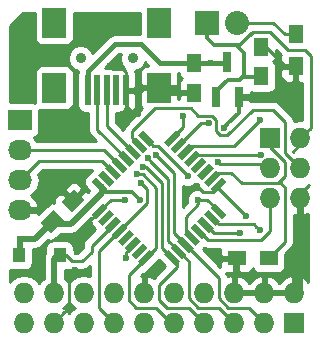
<source format=gbr>
G04 #@! TF.FileFunction,Copper,L2,Bot,Signal*
%FSLAX46Y46*%
G04 Gerber Fmt 4.6, Leading zero omitted, Abs format (unit mm)*
G04 Created by KiCad (PCBNEW (2015-10-03 BZR 6242)-product) date Sat 14 Nov 2015 03:55:45 PM EET*
%MOMM*%
G01*
G04 APERTURE LIST*
%ADD10C,0.100000*%
%ADD11R,1.500000X1.300000*%
%ADD12R,1.110000X1.220000*%
%ADD13R,1.998980X2.499360*%
%ADD14C,0.909320*%
%ADD15R,0.500380X2.501240*%
%ADD16R,1.727200X1.727200*%
%ADD17O,1.727200X1.727200*%
%ADD18R,2.032000X2.032000*%
%ADD19O,2.032000X2.032000*%
%ADD20R,1.250000X1.500000*%
%ADD21R,2.032000X1.727200*%
%ADD22O,2.032000X1.727200*%
%ADD23R,1.300000X1.500000*%
%ADD24R,0.800100X1.800860*%
%ADD25C,0.600000*%
%ADD26C,0.250000*%
%ADD27C,0.500000*%
%ADD28C,0.300000*%
%ADD29C,0.400000*%
%ADD30C,0.254000*%
G04 APERTURE END LIST*
D10*
G36*
X154335242Y-111505536D02*
X153946333Y-111894445D01*
X152956384Y-110904496D01*
X153345293Y-110515587D01*
X154335242Y-111505536D01*
X154335242Y-111505536D01*
G37*
G36*
X150375445Y-115465333D02*
X149986536Y-115854242D01*
X148996587Y-114864293D01*
X149385496Y-114475384D01*
X150375445Y-115465333D01*
X150375445Y-115465333D01*
G37*
G36*
X147193464Y-115854242D02*
X146804555Y-115465333D01*
X147794504Y-114475384D01*
X148183413Y-114864293D01*
X147193464Y-115854242D01*
X147193464Y-115854242D01*
G37*
G36*
X143233667Y-111894445D02*
X142844758Y-111505536D01*
X143834707Y-110515587D01*
X144223616Y-110904496D01*
X143233667Y-111894445D01*
X143233667Y-111894445D01*
G37*
G36*
X144223616Y-109313504D02*
X143834707Y-109702413D01*
X142844758Y-108712464D01*
X143233667Y-108323555D01*
X144223616Y-109313504D01*
X144223616Y-109313504D01*
G37*
G36*
X148183413Y-105353707D02*
X147794504Y-105742616D01*
X146804555Y-104752667D01*
X147193464Y-104363758D01*
X148183413Y-105353707D01*
X148183413Y-105353707D01*
G37*
G36*
X149385496Y-105742616D02*
X148996587Y-105353707D01*
X149986536Y-104363758D01*
X150375445Y-104752667D01*
X149385496Y-105742616D01*
X149385496Y-105742616D01*
G37*
G36*
X153345293Y-109702413D02*
X152956384Y-109313504D01*
X153946333Y-108323555D01*
X154335242Y-108712464D01*
X153345293Y-109702413D01*
X153345293Y-109702413D01*
G37*
G36*
X153769557Y-112071221D02*
X153380648Y-112460130D01*
X152390699Y-111470181D01*
X152779608Y-111081272D01*
X153769557Y-112071221D01*
X153769557Y-112071221D01*
G37*
G36*
X153203872Y-112636906D02*
X152814963Y-113025815D01*
X151825014Y-112035866D01*
X152213923Y-111646957D01*
X153203872Y-112636906D01*
X153203872Y-112636906D01*
G37*
G36*
X152638186Y-113202592D02*
X152249277Y-113591501D01*
X151259328Y-112601552D01*
X151648237Y-112212643D01*
X152638186Y-113202592D01*
X152638186Y-113202592D01*
G37*
G36*
X152072501Y-113768277D02*
X151683592Y-114157186D01*
X150693643Y-113167237D01*
X151082552Y-112778328D01*
X152072501Y-113768277D01*
X152072501Y-113768277D01*
G37*
G36*
X151506815Y-114333963D02*
X151117906Y-114722872D01*
X150127957Y-113732923D01*
X150516866Y-113344014D01*
X151506815Y-114333963D01*
X151506815Y-114333963D01*
G37*
G36*
X150941130Y-114899648D02*
X150552221Y-115288557D01*
X149562272Y-114298608D01*
X149951181Y-113909699D01*
X150941130Y-114899648D01*
X150941130Y-114899648D01*
G37*
G36*
X146627779Y-115288557D02*
X146238870Y-114899648D01*
X147228819Y-113909699D01*
X147617728Y-114298608D01*
X146627779Y-115288557D01*
X146627779Y-115288557D01*
G37*
G36*
X146062094Y-114722872D02*
X145673185Y-114333963D01*
X146663134Y-113344014D01*
X147052043Y-113732923D01*
X146062094Y-114722872D01*
X146062094Y-114722872D01*
G37*
G36*
X145496408Y-114157186D02*
X145107499Y-113768277D01*
X146097448Y-112778328D01*
X146486357Y-113167237D01*
X145496408Y-114157186D01*
X145496408Y-114157186D01*
G37*
G36*
X144930723Y-113591501D02*
X144541814Y-113202592D01*
X145531763Y-112212643D01*
X145920672Y-112601552D01*
X144930723Y-113591501D01*
X144930723Y-113591501D01*
G37*
G36*
X144365037Y-113025815D02*
X143976128Y-112636906D01*
X144966077Y-111646957D01*
X145354986Y-112035866D01*
X144365037Y-113025815D01*
X144365037Y-113025815D01*
G37*
G36*
X143799352Y-112460130D02*
X143410443Y-112071221D01*
X144400392Y-111081272D01*
X144789301Y-111470181D01*
X143799352Y-112460130D01*
X143799352Y-112460130D01*
G37*
G36*
X144789301Y-108747819D02*
X144400392Y-109136728D01*
X143410443Y-108146779D01*
X143799352Y-107757870D01*
X144789301Y-108747819D01*
X144789301Y-108747819D01*
G37*
G36*
X145354986Y-108182134D02*
X144966077Y-108571043D01*
X143976128Y-107581094D01*
X144365037Y-107192185D01*
X145354986Y-108182134D01*
X145354986Y-108182134D01*
G37*
G36*
X145920672Y-107616448D02*
X145531763Y-108005357D01*
X144541814Y-107015408D01*
X144930723Y-106626499D01*
X145920672Y-107616448D01*
X145920672Y-107616448D01*
G37*
G36*
X146486357Y-107050763D02*
X146097448Y-107439672D01*
X145107499Y-106449723D01*
X145496408Y-106060814D01*
X146486357Y-107050763D01*
X146486357Y-107050763D01*
G37*
G36*
X147052043Y-106485077D02*
X146663134Y-106873986D01*
X145673185Y-105884037D01*
X146062094Y-105495128D01*
X147052043Y-106485077D01*
X147052043Y-106485077D01*
G37*
G36*
X147617728Y-105919392D02*
X147228819Y-106308301D01*
X146238870Y-105318352D01*
X146627779Y-104929443D01*
X147617728Y-105919392D01*
X147617728Y-105919392D01*
G37*
G36*
X149951181Y-106308301D02*
X149562272Y-105919392D01*
X150552221Y-104929443D01*
X150941130Y-105318352D01*
X149951181Y-106308301D01*
X149951181Y-106308301D01*
G37*
G36*
X150516866Y-106873986D02*
X150127957Y-106485077D01*
X151117906Y-105495128D01*
X151506815Y-105884037D01*
X150516866Y-106873986D01*
X150516866Y-106873986D01*
G37*
G36*
X151082552Y-107439672D02*
X150693643Y-107050763D01*
X151683592Y-106060814D01*
X152072501Y-106449723D01*
X151082552Y-107439672D01*
X151082552Y-107439672D01*
G37*
G36*
X151648237Y-108005357D02*
X151259328Y-107616448D01*
X152249277Y-106626499D01*
X152638186Y-107015408D01*
X151648237Y-108005357D01*
X151648237Y-108005357D01*
G37*
G36*
X152213923Y-108571043D02*
X151825014Y-108182134D01*
X152814963Y-107192185D01*
X153203872Y-107581094D01*
X152213923Y-108571043D01*
X152213923Y-108571043D01*
G37*
G36*
X152779608Y-109136728D02*
X152390699Y-108747819D01*
X153380648Y-107757870D01*
X153769557Y-108146779D01*
X152779608Y-109136728D01*
X152779608Y-109136728D01*
G37*
D11*
X157861000Y-115189000D03*
X155161000Y-115189000D03*
D12*
X136695000Y-114935000D03*
X140165000Y-114935000D03*
D13*
X139694920Y-95264300D03*
X139694920Y-100763400D03*
X148595080Y-100763400D03*
X148595080Y-95264300D03*
D14*
X141945360Y-98264040D03*
X146344640Y-98264040D03*
D15*
X145745200Y-100965000D03*
X144945100Y-100965000D03*
X144145000Y-100965000D03*
X143344900Y-100965000D03*
X142544800Y-100965000D03*
D16*
X157988000Y-105029000D03*
D17*
X160528000Y-105029000D03*
X157988000Y-107569000D03*
X160528000Y-107569000D03*
X157988000Y-110109000D03*
X160528000Y-110109000D03*
D18*
X152654000Y-95250000D03*
D19*
X155194000Y-95250000D03*
D16*
X160020000Y-120650000D03*
D17*
X160020000Y-118110000D03*
X157480000Y-120650000D03*
X157480000Y-118110000D03*
X154940000Y-120650000D03*
X154940000Y-118110000D03*
X152400000Y-120650000D03*
X152400000Y-118110000D03*
X149860000Y-120650000D03*
X149860000Y-118110000D03*
X147320000Y-120650000D03*
X147320000Y-118110000D03*
X144780000Y-120650000D03*
X144780000Y-118110000D03*
X142240000Y-120650000D03*
X142240000Y-118110000D03*
X139700000Y-120650000D03*
X139700000Y-118110000D03*
X137160000Y-120650000D03*
X137160000Y-118110000D03*
D20*
X157226000Y-99782000D03*
X157226000Y-97282000D03*
X151511000Y-98699000D03*
X151511000Y-101199000D03*
D21*
X136779000Y-103505000D03*
D22*
X136779000Y-106045000D03*
X136779000Y-108585000D03*
X136779000Y-111125000D03*
D23*
X160147000Y-96233000D03*
X160147000Y-98933000D03*
D24*
X155316000Y-101554280D03*
X153416000Y-101554280D03*
X154366000Y-98552000D03*
D10*
G36*
X139438929Y-113057355D02*
X138555045Y-112173471D01*
X139615705Y-111112811D01*
X140499589Y-111996695D01*
X139438929Y-113057355D01*
X139438929Y-113057355D01*
G37*
G36*
X141206695Y-111289589D02*
X140322811Y-110405705D01*
X141383471Y-109345045D01*
X142267355Y-110228929D01*
X141206695Y-111289589D01*
X141206695Y-111289589D01*
G37*
D25*
X146939000Y-110236000D03*
X151892000Y-110236000D03*
X136779000Y-113538000D03*
X139801600Y-109677200D03*
X144399000Y-98933000D03*
X143256000Y-96774000D03*
X141605000Y-114681000D03*
X141478000Y-116205000D03*
X154059000Y-104140000D03*
X160147000Y-100633786D03*
X146812000Y-102997000D03*
X145669008Y-110236000D03*
X151765000Y-109093000D03*
X155956000Y-111633000D03*
X148367169Y-106452081D03*
X147610233Y-106711054D03*
X147193000Y-107442000D03*
X146685000Y-108077000D03*
X147066000Y-108839000D03*
X150622000Y-103124000D03*
X155397200Y-113030000D03*
X145796000Y-115189000D03*
X157099000Y-103505000D03*
X152781000Y-103759000D03*
X157226000Y-106426000D03*
X153543000Y-107061000D03*
X151003000Y-108204000D03*
X153009600Y-98704400D03*
X157124400Y-112826800D03*
D26*
X151892000Y-110236000D02*
X151892000Y-110617000D01*
X151892000Y-110617000D02*
X150825200Y-111683800D01*
X150825200Y-111683800D02*
X150825200Y-112909886D01*
X150825200Y-112909886D02*
X151312361Y-113397047D01*
D27*
X143534187Y-109012984D02*
X143713200Y-109191997D01*
X141122400Y-112268000D02*
X139710234Y-112268000D01*
X143713200Y-109191997D02*
X143713200Y-109677200D01*
X143713200Y-109677200D02*
X141122400Y-112268000D01*
X139710234Y-112268000D02*
X139527317Y-112085083D01*
X136779000Y-113538000D02*
X138074400Y-113538000D01*
X138074400Y-113538000D02*
X139527317Y-112085083D01*
D26*
X160528000Y-105537000D02*
X159893000Y-106172000D01*
X160528000Y-105029000D02*
X160528000Y-105537000D01*
X160528000Y-105029000D02*
X161417000Y-104140000D01*
X161417000Y-104140000D02*
X161417000Y-98044000D01*
X161417000Y-98044000D02*
X160909000Y-97536000D01*
X160909000Y-97536000D02*
X159512000Y-97536000D01*
X157988000Y-96012000D02*
X156535998Y-96012000D01*
X159512000Y-97536000D02*
X157988000Y-96012000D01*
X156535998Y-96012000D02*
X156340999Y-96206999D01*
D28*
X143519305Y-109083695D02*
X143604897Y-109083695D01*
X155635309Y-99888691D02*
X155448000Y-100076000D01*
X155448000Y-100076000D02*
X154393900Y-100076000D01*
X154393900Y-100076000D02*
X153416000Y-101053900D01*
X153416000Y-101053900D02*
X153416000Y-101554280D01*
X155742000Y-99782000D02*
X155782000Y-99822000D01*
X155782000Y-99822000D02*
X157186000Y-99822000D01*
X157186000Y-99822000D02*
X157226000Y-99782000D01*
D26*
X155635309Y-99888691D02*
X155742000Y-99782000D01*
D28*
X155747223Y-97787905D02*
X155747223Y-99776777D01*
X155747223Y-99776777D02*
X155635309Y-99888691D01*
X155099299Y-97139981D02*
X155747223Y-97787905D01*
X152654000Y-95250000D02*
X152654000Y-96566000D01*
X152654000Y-96566000D02*
X153227981Y-97139981D01*
X153227981Y-97139981D02*
X155099299Y-97139981D01*
X155408017Y-97139981D02*
X155099299Y-97139981D01*
X156340999Y-96206999D02*
X155408017Y-97139981D01*
D26*
X155742000Y-99782000D02*
X155747223Y-99782000D01*
D28*
X146281669Y-109578669D02*
X146939000Y-110236000D01*
X143604897Y-109083695D02*
X144099871Y-109578669D01*
X144099871Y-109578669D02*
X146281669Y-109578669D01*
D26*
X151892000Y-110236000D02*
X152676798Y-110236000D01*
X152676798Y-110236000D02*
X153575103Y-111134305D01*
X157226000Y-99657000D02*
X157226000Y-99782000D01*
X156340999Y-96206999D02*
X156275999Y-96271999D01*
X155747223Y-97787905D02*
X155747223Y-99782000D01*
D27*
X136795000Y-114935000D02*
X136795000Y-113554000D01*
X136795000Y-113554000D02*
X136779000Y-113538000D01*
D26*
X148595080Y-100763400D02*
X147394600Y-100763400D01*
X147394600Y-100763400D02*
X146913600Y-101244400D01*
X146913600Y-101244400D02*
X146913600Y-102895400D01*
X146913600Y-102895400D02*
X146812000Y-102997000D01*
X145745200Y-100965000D02*
X145745200Y-102260400D01*
X145745200Y-102260400D02*
X146202400Y-102717600D01*
X146202400Y-102717600D02*
X146558000Y-102717600D01*
D27*
X139801600Y-109677200D02*
X140654966Y-109677200D01*
X140654966Y-109677200D02*
X141295083Y-110317317D01*
X139801600Y-109677200D02*
X138353800Y-111125000D01*
X138353800Y-111125000D02*
X136779000Y-111125000D01*
D26*
X141605000Y-114681000D02*
X141605000Y-113134202D01*
X141605000Y-113134202D02*
X143604897Y-111134305D01*
D27*
X159970214Y-100633786D02*
X159049720Y-101554280D01*
X159049720Y-101554280D02*
X155316000Y-101554280D01*
X160147000Y-100633786D02*
X159970214Y-100633786D01*
X151511000Y-101199000D02*
X149030680Y-101199000D01*
X149030680Y-101199000D02*
X148595080Y-100763400D01*
D26*
X160147000Y-98933000D02*
X159258000Y-98933000D01*
X159258000Y-98933000D02*
X157607000Y-97282000D01*
X157607000Y-97282000D02*
X157226000Y-97282000D01*
X154940000Y-118110000D02*
X154940000Y-115410000D01*
X154940000Y-115410000D02*
X155161000Y-115189000D01*
X145542000Y-99187000D02*
X145745200Y-99390200D01*
X145745200Y-99390200D02*
X145745200Y-100965000D01*
X144653000Y-99187000D02*
X145542000Y-99187000D01*
X144399000Y-98933000D02*
X144653000Y-99187000D01*
X160528000Y-109728000D02*
X161290000Y-108966000D01*
X160528000Y-110109000D02*
X160528000Y-109728000D01*
D27*
X160528000Y-110109000D02*
X160528000Y-117602000D01*
X160528000Y-117602000D02*
X160020000Y-118110000D01*
D26*
X140970000Y-116713000D02*
X140970000Y-119380000D01*
X141478000Y-116205000D02*
X140970000Y-116713000D01*
X140970000Y-119380000D02*
X140563599Y-119786401D01*
X140563599Y-119786401D02*
X139700000Y-120650000D01*
X141605000Y-116078000D02*
X141478000Y-116205000D01*
D28*
X154454476Y-103744524D02*
X154059000Y-104140000D01*
X155316000Y-101554280D02*
X155316000Y-102883000D01*
X155316000Y-102883000D02*
X154454476Y-103744524D01*
D26*
X153575103Y-109083695D02*
X153575103Y-109187897D01*
X153575103Y-109187897D02*
X153162000Y-109601000D01*
X153162000Y-109601000D02*
X152273000Y-109601000D01*
X152273000Y-109601000D02*
X151765000Y-109093000D01*
X160147000Y-98933000D02*
X160147000Y-100633786D01*
X155956000Y-111633000D02*
X153575103Y-109252103D01*
X153575103Y-109252103D02*
X153575103Y-109083695D01*
X145244744Y-110236000D02*
X145669008Y-110236000D01*
X143604897Y-111134305D02*
X144503202Y-110236000D01*
X144503202Y-110236000D02*
X145244744Y-110236000D01*
X160147000Y-117983000D02*
X160020000Y-118110000D01*
X157480000Y-118110000D02*
X158701314Y-118110000D01*
X158701314Y-118110000D02*
X160020000Y-118110000D01*
X154940000Y-118110000D02*
X156161314Y-118110000D01*
X156161314Y-118110000D02*
X157480000Y-118110000D01*
X150746676Y-113962732D02*
X149860000Y-113076056D01*
X149860000Y-113076056D02*
X149860000Y-107944912D01*
X149860000Y-107944912D02*
X148667168Y-106752080D01*
X148667168Y-106752080D02*
X148367169Y-106452081D01*
X157480000Y-120650000D02*
X156210000Y-119380000D01*
X156210000Y-119380000D02*
X154450870Y-119380000D01*
X154450870Y-119380000D02*
X153670000Y-118599130D01*
X153670000Y-118599130D02*
X153670000Y-116886056D01*
X153670000Y-116886056D02*
X150746676Y-113962732D01*
X150180990Y-114528417D02*
X149352000Y-113699427D01*
X149352000Y-113699427D02*
X149352000Y-108452821D01*
X149352000Y-108452821D02*
X147910232Y-107011053D01*
X147910232Y-107011053D02*
X147610233Y-106711054D01*
X154940000Y-120650000D02*
X153670000Y-119380000D01*
X153670000Y-119380000D02*
X151910870Y-119380000D01*
X151910870Y-119380000D02*
X151130000Y-118599130D01*
X151130000Y-118599130D02*
X151130000Y-115477427D01*
X151130000Y-115477427D02*
X150675964Y-115023391D01*
X150675964Y-115023391D02*
X150180990Y-114528417D01*
X152400000Y-120650000D02*
X151130000Y-119380000D01*
X151130000Y-119380000D02*
X149225000Y-119380000D01*
X149225000Y-119380000D02*
X148590000Y-118745000D01*
X148844000Y-114322798D02*
X148844000Y-108839000D01*
X148590000Y-118745000D02*
X148590000Y-117475000D01*
X148590000Y-117475000D02*
X150114000Y-115951000D01*
X150114000Y-115951000D02*
X150114000Y-115592798D01*
X150114000Y-115592798D02*
X148844000Y-114322798D01*
X147447000Y-107442000D02*
X147193000Y-107442000D01*
X148844000Y-108839000D02*
X147447000Y-107442000D01*
X146685000Y-108077000D02*
X147193000Y-108077000D01*
X147193000Y-108077000D02*
X148336000Y-109220000D01*
X148336000Y-109220000D02*
X148336000Y-114322798D01*
X148336000Y-114322798D02*
X147564695Y-115094103D01*
X149860000Y-120650000D02*
X149733000Y-120777000D01*
X149733000Y-120414870D02*
X149370870Y-120414870D01*
X146668072Y-119380000D02*
X146050000Y-118761928D01*
X149733000Y-120777000D02*
X149733000Y-120414870D01*
X149370870Y-120414870D02*
X148336000Y-119380000D01*
X148336000Y-119380000D02*
X146668072Y-119380000D01*
X146050000Y-118761928D02*
X146050000Y-116608798D01*
X146050000Y-116608798D02*
X147069721Y-115589077D01*
X147069721Y-115589077D02*
X147564695Y-115094103D01*
X144780000Y-120650000D02*
X143510000Y-119380000D01*
X143510000Y-119380000D02*
X143510000Y-114623314D01*
X143510000Y-114623314D02*
X145301953Y-112831361D01*
X147574000Y-109347000D02*
X147574000Y-110559314D01*
X147574000Y-110559314D02*
X145301953Y-112831361D01*
X147066000Y-108839000D02*
X147574000Y-109347000D01*
X149615305Y-105123897D02*
X150622000Y-104117202D01*
X150622000Y-104117202D02*
X150622000Y-103124000D01*
X160147000Y-96233000D02*
X159247000Y-96233000D01*
X159247000Y-96233000D02*
X158264000Y-95250000D01*
X156630840Y-95250000D02*
X155194000Y-95250000D01*
X158264000Y-95250000D02*
X156630840Y-95250000D01*
X153084870Y-112902070D02*
X153212800Y-113030000D01*
X153212800Y-113030000D02*
X155397200Y-113030000D01*
X152514443Y-112336386D02*
X153080127Y-112902070D01*
X153080127Y-112902070D02*
X153084870Y-112902070D01*
X145796000Y-115189000D02*
X145796000Y-114681000D01*
X145796000Y-114681000D02*
X146433324Y-114043676D01*
X146433324Y-114043676D02*
X146433324Y-113962732D01*
X154940000Y-105664000D02*
X151337944Y-105664000D01*
X151337944Y-105664000D02*
X150746676Y-106255268D01*
X157099000Y-103505000D02*
X154940000Y-105664000D01*
X152781000Y-103759000D02*
X152111573Y-103759000D01*
X152111573Y-103759000D02*
X150180990Y-105689583D01*
X151370047Y-106820953D02*
X151765000Y-106426000D01*
X151765000Y-106426000D02*
X157226000Y-106426000D01*
X151312361Y-106820953D02*
X151370047Y-106820953D01*
X136779000Y-106045000D02*
X143960314Y-106045000D01*
X143960314Y-106045000D02*
X145301953Y-107386639D01*
X136779000Y-108585000D02*
X138430000Y-106934000D01*
X138430000Y-106934000D02*
X143717944Y-106934000D01*
X143717944Y-106934000D02*
X144736268Y-107952324D01*
X152711686Y-113665000D02*
X151878047Y-112831361D01*
X157988000Y-110109000D02*
X157988000Y-112858602D01*
X157988000Y-112858602D02*
X157181602Y-113665000D01*
X157181602Y-113665000D02*
X152711686Y-113665000D01*
X144145000Y-100965000D02*
X144145000Y-103966944D01*
X144145000Y-103966944D02*
X146433324Y-106255268D01*
X143344900Y-100965000D02*
X143344900Y-104298214D01*
X143344900Y-104298214D02*
X145867639Y-106820953D01*
X158623000Y-108839000D02*
X155575000Y-108839000D01*
X155575000Y-108839000D02*
X154686000Y-107950000D01*
X154686000Y-107950000D02*
X153577427Y-107950000D01*
X153577427Y-107950000D02*
X153009417Y-108518010D01*
X159258000Y-109220000D02*
X159258000Y-113792000D01*
X159258000Y-113792000D02*
X157861000Y-115189000D01*
X158877000Y-108839000D02*
X159258000Y-109220000D01*
X158623000Y-108839000D02*
X158877000Y-108839000D01*
X157988000Y-105029000D02*
X157988000Y-105809870D01*
X157988000Y-105809870D02*
X159258000Y-107079870D01*
X159258000Y-107079870D02*
X159258000Y-108204000D01*
X159258000Y-108204000D02*
X158623000Y-108839000D01*
X153543000Y-107061000D02*
X153670000Y-107188000D01*
X153670000Y-107188000D02*
X157607000Y-107188000D01*
X157607000Y-107188000D02*
X157988000Y-107569000D01*
X147564695Y-105123897D02*
X148104798Y-105664000D01*
X148104798Y-105664000D02*
X148463000Y-105664000D01*
X148463000Y-105664000D02*
X151003000Y-108204000D01*
X160528000Y-107569000D02*
X159258000Y-106299000D01*
X159258000Y-106299000D02*
X159258000Y-103632000D01*
X159258000Y-103632000D02*
X158242000Y-102616000D01*
X158242000Y-102616000D02*
X156508004Y-102616000D01*
X156508004Y-102616000D02*
X154359002Y-104765002D01*
X154359002Y-104765002D02*
X153758998Y-104765002D01*
X148235006Y-102498998D02*
X146304000Y-104430004D01*
X153758998Y-104765002D02*
X153425998Y-104432002D01*
X153425998Y-104432002D02*
X153425998Y-103514998D01*
X153425998Y-103514998D02*
X153035000Y-103124000D01*
X153035000Y-103124000D02*
X151892000Y-103124000D01*
X151892000Y-103124000D02*
X151266998Y-102498998D01*
X146304000Y-104430004D02*
X146304000Y-104994573D01*
X151266998Y-102498998D02*
X148235006Y-102498998D01*
X146304000Y-104994573D02*
X146999010Y-105689583D01*
X160528000Y-107569000D02*
X160528000Y-107950000D01*
X160528000Y-107569000D02*
X160528000Y-107696000D01*
X160528000Y-107569000D02*
X160528000Y-107315000D01*
X140165000Y-114935000D02*
X140716000Y-114935000D01*
X140716000Y-114935000D02*
X141224000Y-115443000D01*
X141224000Y-115443000D02*
X142062200Y-115443000D01*
X142062200Y-115443000D02*
X142875000Y-114630200D01*
X142875000Y-114630200D02*
X142875000Y-114126944D01*
X142875000Y-114126944D02*
X144736268Y-112265676D01*
D27*
X139700000Y-118110000D02*
X139700000Y-115300000D01*
X139700000Y-115300000D02*
X140065000Y-114935000D01*
D26*
X140065000Y-117745000D02*
X139700000Y-118110000D01*
D29*
X151511000Y-98699000D02*
X154219000Y-98699000D01*
X147015200Y-97028000D02*
X148686200Y-98699000D01*
X148686200Y-98699000D02*
X151511000Y-98699000D01*
X144881600Y-97028000D02*
X147015200Y-97028000D01*
X142544800Y-99364800D02*
X144881600Y-97028000D01*
X142544800Y-100965000D02*
X142544800Y-99364800D01*
D28*
X154219000Y-98699000D02*
X154366000Y-98552000D01*
D26*
X156824401Y-112526801D02*
X157124400Y-112826800D01*
X156633985Y-112336385D02*
X156824401Y-112526801D01*
X153645812Y-112336385D02*
X156633985Y-112336385D01*
X153080128Y-111770701D02*
X153645812Y-112336385D01*
D30*
G36*
X139827000Y-120523000D02*
X139847000Y-120523000D01*
X139847000Y-120777000D01*
X139827000Y-120777000D01*
X139827000Y-120797000D01*
X139573000Y-120797000D01*
X139573000Y-120777000D01*
X139553000Y-120777000D01*
X139553000Y-120523000D01*
X139573000Y-120523000D01*
X139573000Y-120503000D01*
X139827000Y-120503000D01*
X139827000Y-120523000D01*
X139827000Y-120523000D01*
G37*
X139827000Y-120523000D02*
X139847000Y-120523000D01*
X139847000Y-120777000D01*
X139827000Y-120777000D01*
X139827000Y-120797000D01*
X139573000Y-120797000D01*
X139573000Y-120777000D01*
X139553000Y-120777000D01*
X139553000Y-120523000D01*
X139573000Y-120523000D01*
X139573000Y-120503000D01*
X139827000Y-120503000D01*
X139827000Y-120523000D01*
G36*
X141150971Y-119169670D02*
X141465752Y-119380000D01*
X141150971Y-119590330D01*
X140970008Y-119861161D01*
X140588490Y-119443179D01*
X140465772Y-119385664D01*
X140789029Y-119169670D01*
X140970000Y-118898828D01*
X141150971Y-119169670D01*
X141150971Y-119169670D01*
G37*
X141150971Y-119169670D02*
X141465752Y-119380000D01*
X141150971Y-119590330D01*
X140970008Y-119861161D01*
X140588490Y-119443179D01*
X140465772Y-119385664D01*
X140789029Y-119169670D01*
X140970000Y-118898828D01*
X141150971Y-119169670D01*
G36*
X160655000Y-109982000D02*
X160675000Y-109982000D01*
X160675000Y-110236000D01*
X160655000Y-110236000D01*
X160655000Y-111442817D01*
X160887026Y-111563958D01*
X161215000Y-111428115D01*
X161215000Y-117238984D01*
X160908490Y-116903179D01*
X160379027Y-116655032D01*
X160147000Y-116775531D01*
X160147000Y-117983000D01*
X160167000Y-117983000D01*
X160167000Y-118237000D01*
X160147000Y-118237000D01*
X160147000Y-118257000D01*
X159893000Y-118257000D01*
X159893000Y-118237000D01*
X157607000Y-118237000D01*
X157607000Y-118257000D01*
X157353000Y-118257000D01*
X157353000Y-118237000D01*
X155067000Y-118237000D01*
X155067000Y-118257000D01*
X154813000Y-118257000D01*
X154813000Y-118237000D01*
X154793000Y-118237000D01*
X154793000Y-117983000D01*
X154813000Y-117983000D01*
X154813000Y-116775531D01*
X155067000Y-116775531D01*
X155067000Y-117983000D01*
X157353000Y-117983000D01*
X157353000Y-116775531D01*
X157607000Y-116775531D01*
X157607000Y-117983000D01*
X159893000Y-117983000D01*
X159893000Y-116775531D01*
X159660973Y-116655032D01*
X159131510Y-116903179D01*
X158750000Y-117321152D01*
X158368490Y-116903179D01*
X157839027Y-116655032D01*
X157607000Y-116775531D01*
X157353000Y-116775531D01*
X157120973Y-116655032D01*
X156591510Y-116903179D01*
X156210000Y-117321152D01*
X155828490Y-116903179D01*
X155299027Y-116655032D01*
X155067000Y-116775531D01*
X154813000Y-116775531D01*
X154580973Y-116655032D01*
X154400839Y-116739456D01*
X154375367Y-116611400D01*
X154372148Y-116595216D01*
X154291154Y-116474000D01*
X154875250Y-116474000D01*
X155034000Y-116315250D01*
X155034000Y-115316000D01*
X153934750Y-115316000D01*
X153776000Y-115474750D01*
X153776000Y-115917254D01*
X152307571Y-114448825D01*
X152401905Y-114354491D01*
X152420847Y-114367148D01*
X152711686Y-114425000D01*
X153776000Y-114425000D01*
X153776000Y-114903250D01*
X153934750Y-115062000D01*
X155034000Y-115062000D01*
X155034000Y-115042000D01*
X155288000Y-115042000D01*
X155288000Y-115062000D01*
X155308000Y-115062000D01*
X155308000Y-115316000D01*
X155288000Y-115316000D01*
X155288000Y-116315250D01*
X155446750Y-116474000D01*
X156037309Y-116474000D01*
X156270698Y-116377327D01*
X156449327Y-116198699D01*
X156505654Y-116062713D01*
X156507838Y-116074317D01*
X156646910Y-116290441D01*
X156859110Y-116435431D01*
X157111000Y-116486440D01*
X158611000Y-116486440D01*
X158846317Y-116442162D01*
X159062441Y-116303090D01*
X159207431Y-116090890D01*
X159258440Y-115839000D01*
X159258440Y-114866362D01*
X159795401Y-114329401D01*
X159960148Y-114082840D01*
X160018000Y-113792000D01*
X160018000Y-111501426D01*
X160168974Y-111563958D01*
X160401000Y-111442817D01*
X160401000Y-110236000D01*
X160381000Y-110236000D01*
X160381000Y-109982000D01*
X160401000Y-109982000D01*
X160401000Y-109962000D01*
X160655000Y-109962000D01*
X160655000Y-109982000D01*
X160655000Y-109982000D01*
G37*
X160655000Y-109982000D02*
X160675000Y-109982000D01*
X160675000Y-110236000D01*
X160655000Y-110236000D01*
X160655000Y-111442817D01*
X160887026Y-111563958D01*
X161215000Y-111428115D01*
X161215000Y-117238984D01*
X160908490Y-116903179D01*
X160379027Y-116655032D01*
X160147000Y-116775531D01*
X160147000Y-117983000D01*
X160167000Y-117983000D01*
X160167000Y-118237000D01*
X160147000Y-118237000D01*
X160147000Y-118257000D01*
X159893000Y-118257000D01*
X159893000Y-118237000D01*
X157607000Y-118237000D01*
X157607000Y-118257000D01*
X157353000Y-118257000D01*
X157353000Y-118237000D01*
X155067000Y-118237000D01*
X155067000Y-118257000D01*
X154813000Y-118257000D01*
X154813000Y-118237000D01*
X154793000Y-118237000D01*
X154793000Y-117983000D01*
X154813000Y-117983000D01*
X154813000Y-116775531D01*
X155067000Y-116775531D01*
X155067000Y-117983000D01*
X157353000Y-117983000D01*
X157353000Y-116775531D01*
X157607000Y-116775531D01*
X157607000Y-117983000D01*
X159893000Y-117983000D01*
X159893000Y-116775531D01*
X159660973Y-116655032D01*
X159131510Y-116903179D01*
X158750000Y-117321152D01*
X158368490Y-116903179D01*
X157839027Y-116655032D01*
X157607000Y-116775531D01*
X157353000Y-116775531D01*
X157120973Y-116655032D01*
X156591510Y-116903179D01*
X156210000Y-117321152D01*
X155828490Y-116903179D01*
X155299027Y-116655032D01*
X155067000Y-116775531D01*
X154813000Y-116775531D01*
X154580973Y-116655032D01*
X154400839Y-116739456D01*
X154375367Y-116611400D01*
X154372148Y-116595216D01*
X154291154Y-116474000D01*
X154875250Y-116474000D01*
X155034000Y-116315250D01*
X155034000Y-115316000D01*
X153934750Y-115316000D01*
X153776000Y-115474750D01*
X153776000Y-115917254D01*
X152307571Y-114448825D01*
X152401905Y-114354491D01*
X152420847Y-114367148D01*
X152711686Y-114425000D01*
X153776000Y-114425000D01*
X153776000Y-114903250D01*
X153934750Y-115062000D01*
X155034000Y-115062000D01*
X155034000Y-115042000D01*
X155288000Y-115042000D01*
X155288000Y-115062000D01*
X155308000Y-115062000D01*
X155308000Y-115316000D01*
X155288000Y-115316000D01*
X155288000Y-116315250D01*
X155446750Y-116474000D01*
X156037309Y-116474000D01*
X156270698Y-116377327D01*
X156449327Y-116198699D01*
X156505654Y-116062713D01*
X156507838Y-116074317D01*
X156646910Y-116290441D01*
X156859110Y-116435431D01*
X157111000Y-116486440D01*
X158611000Y-116486440D01*
X158846317Y-116442162D01*
X159062441Y-116303090D01*
X159207431Y-116090890D01*
X159258440Y-115839000D01*
X159258440Y-114866362D01*
X159795401Y-114329401D01*
X159960148Y-114082840D01*
X160018000Y-113792000D01*
X160018000Y-111501426D01*
X160168974Y-111563958D01*
X160401000Y-111442817D01*
X160401000Y-110236000D01*
X160381000Y-110236000D01*
X160381000Y-109982000D01*
X160401000Y-109982000D01*
X160401000Y-109962000D01*
X160655000Y-109962000D01*
X160655000Y-109982000D01*
G36*
X149103437Y-115886761D02*
X148125782Y-116864416D01*
X147679027Y-116655032D01*
X147447000Y-116775531D01*
X147447000Y-117983000D01*
X147467000Y-117983000D01*
X147467000Y-118237000D01*
X147447000Y-118237000D01*
X147447000Y-118257000D01*
X147193000Y-118257000D01*
X147193000Y-118237000D01*
X147173000Y-118237000D01*
X147173000Y-117983000D01*
X147193000Y-117983000D01*
X147193000Y-116775531D01*
X147038372Y-116695228D01*
X147242980Y-116490620D01*
X147437091Y-116454096D01*
X147651273Y-116312051D01*
X148590000Y-115373324D01*
X149103437Y-115886761D01*
X149103437Y-115886761D01*
G37*
X149103437Y-115886761D02*
X148125782Y-116864416D01*
X147679027Y-116655032D01*
X147447000Y-116775531D01*
X147447000Y-117983000D01*
X147467000Y-117983000D01*
X147467000Y-118237000D01*
X147447000Y-118237000D01*
X147447000Y-118257000D01*
X147193000Y-118257000D01*
X147193000Y-118237000D01*
X147173000Y-118237000D01*
X147173000Y-117983000D01*
X147193000Y-117983000D01*
X147193000Y-116775531D01*
X147038372Y-116695228D01*
X147242980Y-116490620D01*
X147437091Y-116454096D01*
X147651273Y-116312051D01*
X148590000Y-115373324D01*
X149103437Y-115886761D01*
G36*
X149987000Y-117983000D02*
X150007000Y-117983000D01*
X150007000Y-118237000D01*
X149987000Y-118237000D01*
X149987000Y-118257000D01*
X149733000Y-118257000D01*
X149733000Y-118237000D01*
X149713000Y-118237000D01*
X149713000Y-117983000D01*
X149733000Y-117983000D01*
X149733000Y-117963000D01*
X149987000Y-117963000D01*
X149987000Y-117983000D01*
X149987000Y-117983000D01*
G37*
X149987000Y-117983000D02*
X150007000Y-117983000D01*
X150007000Y-118237000D01*
X149987000Y-118237000D01*
X149987000Y-118257000D01*
X149733000Y-118257000D01*
X149733000Y-118237000D01*
X149713000Y-118237000D01*
X149713000Y-117983000D01*
X149733000Y-117983000D01*
X149733000Y-117963000D01*
X149987000Y-117963000D01*
X149987000Y-117983000D01*
G36*
X152527000Y-117983000D02*
X152547000Y-117983000D01*
X152547000Y-118237000D01*
X152527000Y-118237000D01*
X152527000Y-118257000D01*
X152273000Y-118257000D01*
X152273000Y-118237000D01*
X152253000Y-118237000D01*
X152253000Y-117983000D01*
X152273000Y-117983000D01*
X152273000Y-117963000D01*
X152527000Y-117963000D01*
X152527000Y-117983000D01*
X152527000Y-117983000D01*
G37*
X152527000Y-117983000D02*
X152547000Y-117983000D01*
X152547000Y-118237000D01*
X152527000Y-118237000D01*
X152527000Y-118257000D01*
X152273000Y-118257000D01*
X152273000Y-118237000D01*
X152253000Y-118237000D01*
X152253000Y-117983000D01*
X152273000Y-117983000D01*
X152273000Y-117963000D01*
X152527000Y-117963000D01*
X152527000Y-117983000D01*
G36*
X142763065Y-112062277D02*
X142792255Y-112217410D01*
X142792255Y-112351059D01*
X142782642Y-112341446D01*
X142873968Y-112432773D01*
X142894413Y-112441241D01*
X142952634Y-112529030D01*
X143175373Y-112751769D01*
X142337599Y-113589543D01*
X142172852Y-113836105D01*
X142115000Y-114126944D01*
X142115000Y-114315398D01*
X141747398Y-114683000D01*
X141538802Y-114683000D01*
X141367440Y-114511638D01*
X141367440Y-114325000D01*
X141323162Y-114089683D01*
X141184090Y-113873559D01*
X140971890Y-113728569D01*
X140720000Y-113677560D01*
X139610000Y-113677560D01*
X139374683Y-113721838D01*
X139158559Y-113860910D01*
X139013569Y-114073110D01*
X138962560Y-114325000D01*
X138962560Y-114841307D01*
X138882367Y-114961325D01*
X138882367Y-114961326D01*
X138814999Y-115300000D01*
X138815000Y-115300005D01*
X138815000Y-116914002D01*
X138610971Y-117050330D01*
X138430000Y-117321172D01*
X138249029Y-117050330D01*
X137762848Y-116725474D01*
X137189359Y-116611400D01*
X137130641Y-116611400D01*
X136557152Y-116725474D01*
X136070971Y-117050330D01*
X135965000Y-117208927D01*
X135965000Y-116157002D01*
X136140000Y-116192440D01*
X137250000Y-116192440D01*
X137485317Y-116148162D01*
X137701441Y-116009090D01*
X137846431Y-115796890D01*
X137897440Y-115545000D01*
X137897440Y-114423000D01*
X138074395Y-114423000D01*
X138074400Y-114423001D01*
X138356884Y-114366810D01*
X138413075Y-114355633D01*
X138700190Y-114163790D01*
X139207508Y-113656472D01*
X139429985Y-113704733D01*
X139682556Y-113657209D01*
X139896738Y-113515164D01*
X140258902Y-113153000D01*
X141122395Y-113153000D01*
X141122400Y-113153001D01*
X141415417Y-113094715D01*
X141461075Y-113085633D01*
X141748190Y-112893790D01*
X142813860Y-111828119D01*
X142763065Y-112062277D01*
X142763065Y-112062277D01*
G37*
X142763065Y-112062277D02*
X142792255Y-112217410D01*
X142792255Y-112351059D01*
X142782642Y-112341446D01*
X142873968Y-112432773D01*
X142894413Y-112441241D01*
X142952634Y-112529030D01*
X143175373Y-112751769D01*
X142337599Y-113589543D01*
X142172852Y-113836105D01*
X142115000Y-114126944D01*
X142115000Y-114315398D01*
X141747398Y-114683000D01*
X141538802Y-114683000D01*
X141367440Y-114511638D01*
X141367440Y-114325000D01*
X141323162Y-114089683D01*
X141184090Y-113873559D01*
X140971890Y-113728569D01*
X140720000Y-113677560D01*
X139610000Y-113677560D01*
X139374683Y-113721838D01*
X139158559Y-113860910D01*
X139013569Y-114073110D01*
X138962560Y-114325000D01*
X138962560Y-114841307D01*
X138882367Y-114961325D01*
X138882367Y-114961326D01*
X138814999Y-115300000D01*
X138815000Y-115300005D01*
X138815000Y-116914002D01*
X138610971Y-117050330D01*
X138430000Y-117321172D01*
X138249029Y-117050330D01*
X137762848Y-116725474D01*
X137189359Y-116611400D01*
X137130641Y-116611400D01*
X136557152Y-116725474D01*
X136070971Y-117050330D01*
X135965000Y-117208927D01*
X135965000Y-116157002D01*
X136140000Y-116192440D01*
X137250000Y-116192440D01*
X137485317Y-116148162D01*
X137701441Y-116009090D01*
X137846431Y-115796890D01*
X137897440Y-115545000D01*
X137897440Y-114423000D01*
X138074395Y-114423000D01*
X138074400Y-114423001D01*
X138356884Y-114366810D01*
X138413075Y-114355633D01*
X138700190Y-114163790D01*
X139207508Y-113656472D01*
X139429985Y-113704733D01*
X139682556Y-113657209D01*
X139896738Y-113515164D01*
X140258902Y-113153000D01*
X141122395Y-113153000D01*
X141122400Y-113153001D01*
X141415417Y-113094715D01*
X141461075Y-113085633D01*
X141748190Y-112893790D01*
X142813860Y-111828119D01*
X142763065Y-112062277D01*
G36*
X142750000Y-116707005D02*
X142269359Y-116611400D01*
X142210641Y-116611400D01*
X141637152Y-116725474D01*
X141150971Y-117050330D01*
X140970000Y-117321172D01*
X140789029Y-117050330D01*
X140585000Y-116914002D01*
X140585000Y-116192440D01*
X140720000Y-116192440D01*
X140951718Y-116148839D01*
X141224000Y-116203000D01*
X142062200Y-116203000D01*
X142353039Y-116145148D01*
X142599601Y-115980401D01*
X142750000Y-115830002D01*
X142750000Y-116707005D01*
X142750000Y-116707005D01*
G37*
X142750000Y-116707005D02*
X142269359Y-116611400D01*
X142210641Y-116611400D01*
X141637152Y-116725474D01*
X141150971Y-117050330D01*
X140970000Y-117321172D01*
X140789029Y-117050330D01*
X140585000Y-116914002D01*
X140585000Y-116192440D01*
X140720000Y-116192440D01*
X140951718Y-116148839D01*
X141224000Y-116203000D01*
X142062200Y-116203000D01*
X142353039Y-116145148D01*
X142599601Y-115980401D01*
X142750000Y-115830002D01*
X142750000Y-116707005D01*
G36*
X142878243Y-107797844D02*
X142775858Y-107865746D01*
X142386949Y-108254655D01*
X142251864Y-108452358D01*
X142197380Y-108703520D01*
X142244904Y-108956091D01*
X142386949Y-109170273D01*
X142677748Y-109461072D01*
X142537636Y-109601184D01*
X142476482Y-109540030D01*
X142251975Y-109540030D01*
X141474688Y-110317317D01*
X141488831Y-110331460D01*
X141309226Y-110511065D01*
X141295083Y-110496922D01*
X141280941Y-110511065D01*
X141101336Y-110331460D01*
X141115478Y-110317317D01*
X140426579Y-109628418D01*
X140202073Y-109628418D01*
X139784484Y-110046006D01*
X139687812Y-110279396D01*
X139687811Y-110479135D01*
X139624649Y-110465433D01*
X139372078Y-110512957D01*
X139157896Y-110655002D01*
X138366640Y-111446258D01*
X138265217Y-111252000D01*
X136906000Y-111252000D01*
X136906000Y-111272000D01*
X136652000Y-111272000D01*
X136652000Y-111252000D01*
X136632000Y-111252000D01*
X136632000Y-110998000D01*
X136652000Y-110998000D01*
X136652000Y-110978000D01*
X136906000Y-110978000D01*
X136906000Y-110998000D01*
X138265217Y-110998000D01*
X138386358Y-110765974D01*
X138383709Y-110750209D01*
X138129732Y-110222964D01*
X137713931Y-109851461D01*
X138023415Y-109644670D01*
X138304292Y-109224307D01*
X140606184Y-109224307D01*
X140606184Y-109448813D01*
X141295083Y-110137712D01*
X142072370Y-109360425D01*
X142072370Y-109135918D01*
X141921798Y-108985346D01*
X141743169Y-108806718D01*
X141509780Y-108710045D01*
X141257162Y-108710046D01*
X141023772Y-108806718D01*
X140606184Y-109224307D01*
X138304292Y-109224307D01*
X138348271Y-109158489D01*
X138462345Y-108585000D01*
X138361381Y-108077421D01*
X138744802Y-107694000D01*
X142949197Y-107694000D01*
X142878243Y-107797844D01*
X142878243Y-107797844D01*
G37*
X142878243Y-107797844D02*
X142775858Y-107865746D01*
X142386949Y-108254655D01*
X142251864Y-108452358D01*
X142197380Y-108703520D01*
X142244904Y-108956091D01*
X142386949Y-109170273D01*
X142677748Y-109461072D01*
X142537636Y-109601184D01*
X142476482Y-109540030D01*
X142251975Y-109540030D01*
X141474688Y-110317317D01*
X141488831Y-110331460D01*
X141309226Y-110511065D01*
X141295083Y-110496922D01*
X141280941Y-110511065D01*
X141101336Y-110331460D01*
X141115478Y-110317317D01*
X140426579Y-109628418D01*
X140202073Y-109628418D01*
X139784484Y-110046006D01*
X139687812Y-110279396D01*
X139687811Y-110479135D01*
X139624649Y-110465433D01*
X139372078Y-110512957D01*
X139157896Y-110655002D01*
X138366640Y-111446258D01*
X138265217Y-111252000D01*
X136906000Y-111252000D01*
X136906000Y-111272000D01*
X136652000Y-111272000D01*
X136652000Y-111252000D01*
X136632000Y-111252000D01*
X136632000Y-110998000D01*
X136652000Y-110998000D01*
X136652000Y-110978000D01*
X136906000Y-110978000D01*
X136906000Y-110998000D01*
X138265217Y-110998000D01*
X138386358Y-110765974D01*
X138383709Y-110750209D01*
X138129732Y-110222964D01*
X137713931Y-109851461D01*
X138023415Y-109644670D01*
X138304292Y-109224307D01*
X140606184Y-109224307D01*
X140606184Y-109448813D01*
X141295083Y-110137712D01*
X142072370Y-109360425D01*
X142072370Y-109135918D01*
X141921798Y-108985346D01*
X141743169Y-108806718D01*
X141509780Y-108710045D01*
X141257162Y-108710046D01*
X141023772Y-108806718D01*
X140606184Y-109224307D01*
X138304292Y-109224307D01*
X138348271Y-109158489D01*
X138462345Y-108585000D01*
X138361381Y-108077421D01*
X138744802Y-107694000D01*
X142949197Y-107694000D01*
X142878243Y-107797844D01*
G36*
X151756114Y-109028852D02*
X151864988Y-109103243D01*
X151932890Y-109205628D01*
X152028380Y-109301118D01*
X151706833Y-109300838D01*
X151363057Y-109442883D01*
X151099808Y-109705673D01*
X150957162Y-110049201D01*
X150956838Y-110421167D01*
X150973268Y-110460930D01*
X150620000Y-110814198D01*
X150620000Y-109057368D01*
X150816201Y-109138838D01*
X151188167Y-109139162D01*
X151531943Y-108997117D01*
X151628245Y-108900983D01*
X151756114Y-109028852D01*
X151756114Y-109028852D01*
G37*
X151756114Y-109028852D02*
X151864988Y-109103243D01*
X151932890Y-109205628D01*
X152028380Y-109301118D01*
X151706833Y-109300838D01*
X151363057Y-109442883D01*
X151099808Y-109705673D01*
X150957162Y-110049201D01*
X150956838Y-110421167D01*
X150973268Y-110460930D01*
X150620000Y-110814198D01*
X150620000Y-109057368D01*
X150816201Y-109138838D01*
X151188167Y-109139162D01*
X151531943Y-108997117D01*
X151628245Y-108900983D01*
X151756114Y-109028852D01*
G36*
X138047990Y-96513980D02*
X138092268Y-96749297D01*
X138231340Y-96965421D01*
X138443540Y-97110411D01*
X138695430Y-97161420D01*
X140694410Y-97161420D01*
X140929727Y-97117142D01*
X141145851Y-96978070D01*
X141290841Y-96765870D01*
X141341850Y-96513980D01*
X141341850Y-94436000D01*
X146948150Y-94436000D01*
X146948150Y-96193000D01*
X144881600Y-96193000D01*
X144562059Y-96256561D01*
X144291166Y-96437566D01*
X142931495Y-97797237D01*
X142869668Y-97647603D01*
X142563409Y-97340810D01*
X142163058Y-97174569D01*
X141729564Y-97174191D01*
X141328923Y-97339732D01*
X141022130Y-97645991D01*
X140855889Y-98046342D01*
X140855511Y-98479836D01*
X141021052Y-98880477D01*
X141327311Y-99187270D01*
X141713237Y-99347521D01*
X141709800Y-99364800D01*
X141709800Y-99445482D01*
X141698179Y-99462490D01*
X141647170Y-99714380D01*
X141647170Y-102215620D01*
X141691448Y-102450937D01*
X141830520Y-102667061D01*
X142042720Y-102812051D01*
X142294610Y-102863060D01*
X142584900Y-102863060D01*
X142584900Y-104298214D01*
X142642752Y-104589053D01*
X142807499Y-104835615D01*
X143256884Y-105285000D01*
X138223648Y-105285000D01*
X138023415Y-104985330D01*
X138009087Y-104975757D01*
X138030317Y-104971762D01*
X138246441Y-104832690D01*
X138391431Y-104620490D01*
X138442440Y-104368600D01*
X138442440Y-102641400D01*
X138435392Y-102603944D01*
X138443540Y-102609511D01*
X138695430Y-102660520D01*
X140694410Y-102660520D01*
X140929727Y-102616242D01*
X141145851Y-102477170D01*
X141290841Y-102264970D01*
X141341850Y-102013080D01*
X141341850Y-99513720D01*
X141297572Y-99278403D01*
X141158500Y-99062279D01*
X140946300Y-98917289D01*
X140694410Y-98866280D01*
X138695430Y-98866280D01*
X138460113Y-98910558D01*
X138243989Y-99049630D01*
X138098999Y-99261830D01*
X138047990Y-99513720D01*
X138047990Y-102013080D01*
X138055038Y-102050536D01*
X138046890Y-102044969D01*
X137795000Y-101993960D01*
X135965000Y-101993960D01*
X135965000Y-95544092D01*
X137073091Y-94436000D01*
X138047990Y-94436000D01*
X138047990Y-96513980D01*
X138047990Y-96513980D01*
G37*
X138047990Y-96513980D02*
X138092268Y-96749297D01*
X138231340Y-96965421D01*
X138443540Y-97110411D01*
X138695430Y-97161420D01*
X140694410Y-97161420D01*
X140929727Y-97117142D01*
X141145851Y-96978070D01*
X141290841Y-96765870D01*
X141341850Y-96513980D01*
X141341850Y-94436000D01*
X146948150Y-94436000D01*
X146948150Y-96193000D01*
X144881600Y-96193000D01*
X144562059Y-96256561D01*
X144291166Y-96437566D01*
X142931495Y-97797237D01*
X142869668Y-97647603D01*
X142563409Y-97340810D01*
X142163058Y-97174569D01*
X141729564Y-97174191D01*
X141328923Y-97339732D01*
X141022130Y-97645991D01*
X140855889Y-98046342D01*
X140855511Y-98479836D01*
X141021052Y-98880477D01*
X141327311Y-99187270D01*
X141713237Y-99347521D01*
X141709800Y-99364800D01*
X141709800Y-99445482D01*
X141698179Y-99462490D01*
X141647170Y-99714380D01*
X141647170Y-102215620D01*
X141691448Y-102450937D01*
X141830520Y-102667061D01*
X142042720Y-102812051D01*
X142294610Y-102863060D01*
X142584900Y-102863060D01*
X142584900Y-104298214D01*
X142642752Y-104589053D01*
X142807499Y-104835615D01*
X143256884Y-105285000D01*
X138223648Y-105285000D01*
X138023415Y-104985330D01*
X138009087Y-104975757D01*
X138030317Y-104971762D01*
X138246441Y-104832690D01*
X138391431Y-104620490D01*
X138442440Y-104368600D01*
X138442440Y-102641400D01*
X138435392Y-102603944D01*
X138443540Y-102609511D01*
X138695430Y-102660520D01*
X140694410Y-102660520D01*
X140929727Y-102616242D01*
X141145851Y-102477170D01*
X141290841Y-102264970D01*
X141341850Y-102013080D01*
X141341850Y-99513720D01*
X141297572Y-99278403D01*
X141158500Y-99062279D01*
X140946300Y-98917289D01*
X140694410Y-98866280D01*
X138695430Y-98866280D01*
X138460113Y-98910558D01*
X138243989Y-99049630D01*
X138098999Y-99261830D01*
X138047990Y-99513720D01*
X138047990Y-102013080D01*
X138055038Y-102050536D01*
X138046890Y-102044969D01*
X137795000Y-101993960D01*
X135965000Y-101993960D01*
X135965000Y-95544092D01*
X137073091Y-94436000D01*
X138047990Y-94436000D01*
X138047990Y-96513980D01*
G36*
X147685052Y-98878720D02*
X147469281Y-98878720D01*
X147235892Y-98975393D01*
X147057263Y-99154021D01*
X146960590Y-99387410D01*
X146960590Y-100477650D01*
X147119340Y-100636400D01*
X148468080Y-100636400D01*
X148468080Y-100616400D01*
X148722080Y-100616400D01*
X148722080Y-100636400D01*
X150070820Y-100636400D01*
X150229570Y-100477650D01*
X150229570Y-99534000D01*
X150254554Y-99534000D01*
X150282838Y-99684317D01*
X150421910Y-99900441D01*
X150490006Y-99946969D01*
X150347673Y-100089302D01*
X150251000Y-100322691D01*
X150251000Y-100913250D01*
X150409750Y-101072000D01*
X151384000Y-101072000D01*
X151384000Y-101052000D01*
X151638000Y-101052000D01*
X151638000Y-101072000D01*
X151658000Y-101072000D01*
X151658000Y-101326000D01*
X151638000Y-101326000D01*
X151638000Y-101346000D01*
X151384000Y-101346000D01*
X151384000Y-101326000D01*
X150409750Y-101326000D01*
X150251000Y-101484750D01*
X150251000Y-101738998D01*
X150229570Y-101738998D01*
X150229570Y-101049150D01*
X150070820Y-100890400D01*
X148722080Y-100890400D01*
X148722080Y-100910400D01*
X148468080Y-100910400D01*
X148468080Y-100890400D01*
X147119340Y-100890400D01*
X146960590Y-101049150D01*
X146960590Y-102139390D01*
X147057263Y-102372779D01*
X147171843Y-102487359D01*
X145766599Y-103892603D01*
X145601852Y-104139165D01*
X145567039Y-104314181D01*
X144905000Y-103652142D01*
X144905000Y-102863060D01*
X145195290Y-102863060D01*
X145335185Y-102836737D01*
X145368701Y-102850620D01*
X145461355Y-102850620D01*
X145606155Y-102705820D01*
X145646731Y-102679710D01*
X145791721Y-102467510D01*
X145842730Y-102215620D01*
X145842730Y-101092000D01*
X145870295Y-101092000D01*
X145870295Y-102691870D01*
X146029045Y-102850620D01*
X146121699Y-102850620D01*
X146355088Y-102753947D01*
X146533717Y-102575319D01*
X146630390Y-102341930D01*
X146630390Y-101250750D01*
X146471640Y-101092000D01*
X145870295Y-101092000D01*
X145842730Y-101092000D01*
X145842730Y-100818000D01*
X145870295Y-100818000D01*
X145870295Y-100838000D01*
X146471640Y-100838000D01*
X146630390Y-100679250D01*
X146630390Y-99588070D01*
X146533717Y-99354681D01*
X146532901Y-99353865D01*
X146560436Y-99353889D01*
X146961077Y-99188348D01*
X147267870Y-98882089D01*
X147391262Y-98584930D01*
X147685052Y-98878720D01*
X147685052Y-98878720D01*
G37*
X147685052Y-98878720D02*
X147469281Y-98878720D01*
X147235892Y-98975393D01*
X147057263Y-99154021D01*
X146960590Y-99387410D01*
X146960590Y-100477650D01*
X147119340Y-100636400D01*
X148468080Y-100636400D01*
X148468080Y-100616400D01*
X148722080Y-100616400D01*
X148722080Y-100636400D01*
X150070820Y-100636400D01*
X150229570Y-100477650D01*
X150229570Y-99534000D01*
X150254554Y-99534000D01*
X150282838Y-99684317D01*
X150421910Y-99900441D01*
X150490006Y-99946969D01*
X150347673Y-100089302D01*
X150251000Y-100322691D01*
X150251000Y-100913250D01*
X150409750Y-101072000D01*
X151384000Y-101072000D01*
X151384000Y-101052000D01*
X151638000Y-101052000D01*
X151638000Y-101072000D01*
X151658000Y-101072000D01*
X151658000Y-101326000D01*
X151638000Y-101326000D01*
X151638000Y-101346000D01*
X151384000Y-101346000D01*
X151384000Y-101326000D01*
X150409750Y-101326000D01*
X150251000Y-101484750D01*
X150251000Y-101738998D01*
X150229570Y-101738998D01*
X150229570Y-101049150D01*
X150070820Y-100890400D01*
X148722080Y-100890400D01*
X148722080Y-100910400D01*
X148468080Y-100910400D01*
X148468080Y-100890400D01*
X147119340Y-100890400D01*
X146960590Y-101049150D01*
X146960590Y-102139390D01*
X147057263Y-102372779D01*
X147171843Y-102487359D01*
X145766599Y-103892603D01*
X145601852Y-104139165D01*
X145567039Y-104314181D01*
X144905000Y-103652142D01*
X144905000Y-102863060D01*
X145195290Y-102863060D01*
X145335185Y-102836737D01*
X145368701Y-102850620D01*
X145461355Y-102850620D01*
X145606155Y-102705820D01*
X145646731Y-102679710D01*
X145791721Y-102467510D01*
X145842730Y-102215620D01*
X145842730Y-101092000D01*
X145870295Y-101092000D01*
X145870295Y-102691870D01*
X146029045Y-102850620D01*
X146121699Y-102850620D01*
X146355088Y-102753947D01*
X146533717Y-102575319D01*
X146630390Y-102341930D01*
X146630390Y-101250750D01*
X146471640Y-101092000D01*
X145870295Y-101092000D01*
X145842730Y-101092000D01*
X145842730Y-100818000D01*
X145870295Y-100818000D01*
X145870295Y-100838000D01*
X146471640Y-100838000D01*
X146630390Y-100679250D01*
X146630390Y-99588070D01*
X146533717Y-99354681D01*
X146532901Y-99353865D01*
X146560436Y-99353889D01*
X146961077Y-99188348D01*
X147267870Y-98882089D01*
X147391262Y-98584930D01*
X147685052Y-98878720D01*
G36*
X158890085Y-97988887D02*
X158862000Y-98056691D01*
X158862000Y-98647250D01*
X159020750Y-98806000D01*
X160020000Y-98806000D01*
X160020000Y-98786000D01*
X160274000Y-98786000D01*
X160274000Y-98806000D01*
X160294000Y-98806000D01*
X160294000Y-99060000D01*
X160274000Y-99060000D01*
X160274000Y-100159250D01*
X160432750Y-100318000D01*
X160657000Y-100318000D01*
X160657000Y-103526701D01*
X160528000Y-103501041D01*
X160012353Y-103603610D01*
X159960148Y-103341161D01*
X159795401Y-103094599D01*
X158779401Y-102078599D01*
X158532839Y-101913852D01*
X158242000Y-101856000D01*
X156508004Y-101856000D01*
X156351050Y-101887220D01*
X156351050Y-101840030D01*
X156192300Y-101681280D01*
X155443000Y-101681280D01*
X155443000Y-101701280D01*
X155189000Y-101701280D01*
X155189000Y-101681280D01*
X155169000Y-101681280D01*
X155169000Y-101427280D01*
X155189000Y-101427280D01*
X155189000Y-101407280D01*
X155443000Y-101407280D01*
X155443000Y-101427280D01*
X156192300Y-101427280D01*
X156351050Y-101268530D01*
X156351050Y-101128824D01*
X156601000Y-101179440D01*
X157851000Y-101179440D01*
X158086317Y-101135162D01*
X158302441Y-100996090D01*
X158447431Y-100783890D01*
X158498440Y-100532000D01*
X158498440Y-99218750D01*
X158862000Y-99218750D01*
X158862000Y-99809309D01*
X158958673Y-100042698D01*
X159137301Y-100221327D01*
X159370690Y-100318000D01*
X159861250Y-100318000D01*
X160020000Y-100159250D01*
X160020000Y-99060000D01*
X159020750Y-99060000D01*
X158862000Y-99218750D01*
X158498440Y-99218750D01*
X158498440Y-99032000D01*
X158454162Y-98796683D01*
X158315090Y-98580559D01*
X158246994Y-98534031D01*
X158389327Y-98391698D01*
X158486000Y-98158309D01*
X158486000Y-97584802D01*
X158890085Y-97988887D01*
X158890085Y-97988887D01*
G37*
X158890085Y-97988887D02*
X158862000Y-98056691D01*
X158862000Y-98647250D01*
X159020750Y-98806000D01*
X160020000Y-98806000D01*
X160020000Y-98786000D01*
X160274000Y-98786000D01*
X160274000Y-98806000D01*
X160294000Y-98806000D01*
X160294000Y-99060000D01*
X160274000Y-99060000D01*
X160274000Y-100159250D01*
X160432750Y-100318000D01*
X160657000Y-100318000D01*
X160657000Y-103526701D01*
X160528000Y-103501041D01*
X160012353Y-103603610D01*
X159960148Y-103341161D01*
X159795401Y-103094599D01*
X158779401Y-102078599D01*
X158532839Y-101913852D01*
X158242000Y-101856000D01*
X156508004Y-101856000D01*
X156351050Y-101887220D01*
X156351050Y-101840030D01*
X156192300Y-101681280D01*
X155443000Y-101681280D01*
X155443000Y-101701280D01*
X155189000Y-101701280D01*
X155189000Y-101681280D01*
X155169000Y-101681280D01*
X155169000Y-101427280D01*
X155189000Y-101427280D01*
X155189000Y-101407280D01*
X155443000Y-101407280D01*
X155443000Y-101427280D01*
X156192300Y-101427280D01*
X156351050Y-101268530D01*
X156351050Y-101128824D01*
X156601000Y-101179440D01*
X157851000Y-101179440D01*
X158086317Y-101135162D01*
X158302441Y-100996090D01*
X158447431Y-100783890D01*
X158498440Y-100532000D01*
X158498440Y-99218750D01*
X158862000Y-99218750D01*
X158862000Y-99809309D01*
X158958673Y-100042698D01*
X159137301Y-100221327D01*
X159370690Y-100318000D01*
X159861250Y-100318000D01*
X160020000Y-100159250D01*
X160020000Y-99060000D01*
X159020750Y-99060000D01*
X158862000Y-99218750D01*
X158498440Y-99218750D01*
X158498440Y-99032000D01*
X158454162Y-98796683D01*
X158315090Y-98580559D01*
X158246994Y-98534031D01*
X158389327Y-98391698D01*
X158486000Y-98158309D01*
X158486000Y-97584802D01*
X158890085Y-97988887D01*
G36*
X145255169Y-98046342D02*
X145254791Y-98479836D01*
X145420332Y-98880477D01*
X145618889Y-99079380D01*
X145618198Y-99079380D01*
X145618198Y-99234801D01*
X145613707Y-99231732D01*
X145461355Y-99079380D01*
X145368701Y-99079380D01*
X145331931Y-99094611D01*
X145195290Y-99066940D01*
X144694910Y-99066940D01*
X144539548Y-99096173D01*
X144395190Y-99066940D01*
X144023528Y-99066940D01*
X145227468Y-97863000D01*
X145331300Y-97863000D01*
X145255169Y-98046342D01*
X145255169Y-98046342D01*
G37*
X145255169Y-98046342D02*
X145254791Y-98479836D01*
X145420332Y-98880477D01*
X145618889Y-99079380D01*
X145618198Y-99079380D01*
X145618198Y-99234801D01*
X145613707Y-99231732D01*
X145461355Y-99079380D01*
X145368701Y-99079380D01*
X145331931Y-99094611D01*
X145195290Y-99066940D01*
X144694910Y-99066940D01*
X144539548Y-99096173D01*
X144395190Y-99066940D01*
X144023528Y-99066940D01*
X145227468Y-97863000D01*
X145331300Y-97863000D01*
X145255169Y-98046342D01*
G36*
X157353000Y-97155000D02*
X157373000Y-97155000D01*
X157373000Y-97409000D01*
X157353000Y-97409000D01*
X157353000Y-97429000D01*
X157099000Y-97429000D01*
X157099000Y-97409000D01*
X157079000Y-97409000D01*
X157079000Y-97155000D01*
X157099000Y-97155000D01*
X157099000Y-97135000D01*
X157353000Y-97135000D01*
X157353000Y-97155000D01*
X157353000Y-97155000D01*
G37*
X157353000Y-97155000D02*
X157373000Y-97155000D01*
X157373000Y-97409000D01*
X157353000Y-97409000D01*
X157353000Y-97429000D01*
X157099000Y-97429000D01*
X157099000Y-97409000D01*
X157079000Y-97409000D01*
X157079000Y-97155000D01*
X157099000Y-97155000D01*
X157099000Y-97135000D01*
X157353000Y-97135000D01*
X157353000Y-97155000D01*
M02*

</source>
